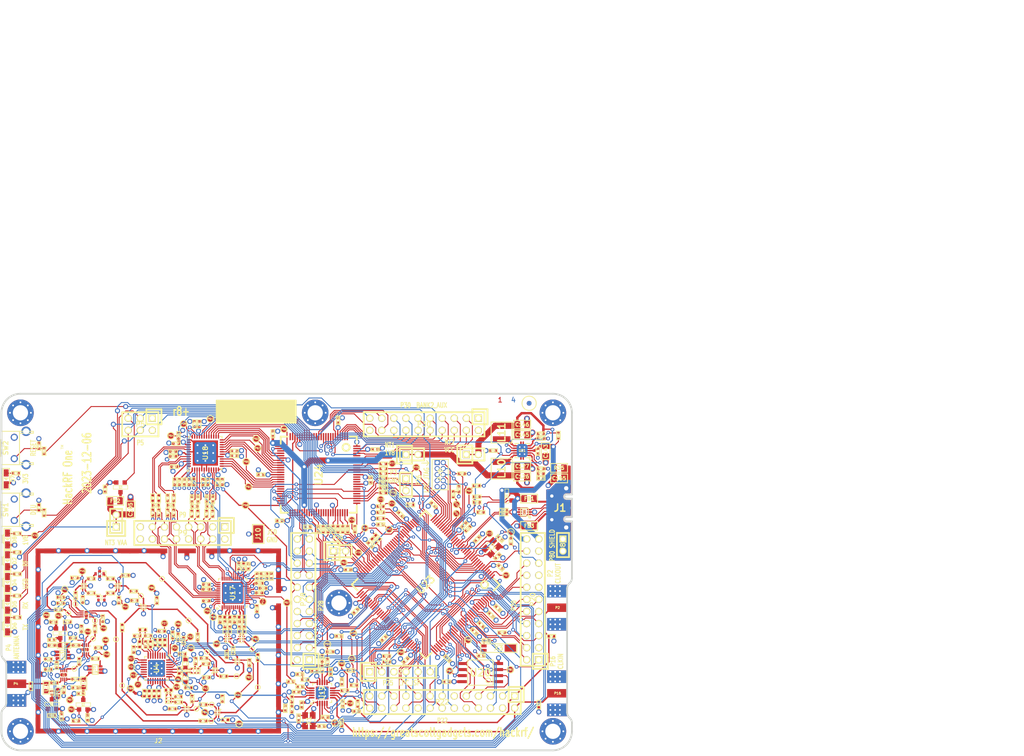
<source format=kicad_pcb>
(kicad_pcb (version 20211014) (generator pcbnew)

  (general
    (thickness 1.6116)
  )

  (paper "USLegal")
  (title_block
    (title "${TITLE}")
    (date "${DATE}")
    (rev "${VERSION}")
    (company "${COPYRIGHT}")
    (comment 1 "${LICENSE}")
  )

  (layers
    (0 "F.Cu" signal "C1F")
    (1 "In1.Cu" signal "C2")
    (2 "In2.Cu" signal "C3")
    (31 "B.Cu" signal "C4B")
    (32 "B.Adhes" user "B.Adhesive")
    (33 "F.Adhes" user "F.Adhesive")
    (34 "B.Paste" user)
    (35 "F.Paste" user)
    (36 "B.SilkS" user "B.Silkscreen")
    (37 "F.SilkS" user "F.Silkscreen")
    (38 "B.Mask" user)
    (39 "F.Mask" user)
    (41 "Cmts.User" user "User.Comments")
    (44 "Edge.Cuts" user)
    (45 "Margin" user)
    (46 "B.CrtYd" user "B.Courtyard")
    (47 "F.CrtYd" user "F.Courtyard")
    (49 "F.Fab" user)
  )

  (setup
    (stackup
      (layer "F.SilkS" (type "Top Silk Screen") (color "White"))
      (layer "F.Paste" (type "Top Solder Paste"))
      (layer "F.Mask" (type "Top Solder Mask") (color "Green") (thickness 0.0127) (material "LPI") (epsilon_r 3.8) (loss_tangent 0))
      (layer "F.Cu" (type "copper") (thickness 0.035))
      (layer "dielectric 1" (type "prepreg") (thickness 0.2104) (material "7628") (epsilon_r 4.6) (loss_tangent 0))
      (layer "In1.Cu" (type "copper") (thickness 0.0152))
      (layer "dielectric 2" (type "core") (thickness 1.065) (material "7628") (epsilon_r 4.6) (loss_tangent 0))
      (layer "In2.Cu" (type "copper") (thickness 0.0152))
      (layer "dielectric 3" (type "prepreg") (thickness 0.2104) (material "7628") (epsilon_r 4.6) (loss_tangent 0))
      (layer "B.Cu" (type "copper") (thickness 0.035))
      (layer "B.Mask" (type "Bottom Solder Mask") (color "Green") (thickness 0.0127) (material "LPI") (epsilon_r 3.8) (loss_tangent 0))
      (layer "B.Paste" (type "Bottom Solder Paste"))
      (layer "B.SilkS" (type "Bottom Silk Screen") (color "White"))
      (copper_finish "ENIG")
      (dielectric_constraints yes)
    )
    (pad_to_mask_clearance 0.05)
    (pad_to_paste_clearance_ratio -0.12)
    (pcbplotparams
      (layerselection 0x00010e8_ffffffff)
      (disableapertmacros false)
      (usegerberextensions true)
      (usegerberattributes false)
      (usegerberadvancedattributes true)
      (creategerberjobfile false)
      (svguseinch false)
      (svgprecision 6)
      (excludeedgelayer true)
      (plotframeref false)
      (viasonmask false)
      (mode 1)
      (useauxorigin false)
      (hpglpennumber 1)
      (hpglpenspeed 20)
      (hpglpendiameter 15.000000)
      (dxfpolygonmode true)
      (dxfimperialunits true)
      (dxfusepcbnewfont true)
      (psnegative false)
      (psa4output false)
      (plotreference false)
      (plotvalue false)
      (plotinvisibletext false)
      (sketchpadsonfab false)
      (subtractmaskfromsilk false)
      (outputformat 1)
      (mirror false)
      (drillshape 0)
      (scaleselection 1)
      (outputdirectory "gerbers")
    )
  )

  (property "COPYRIGHT" "Copyright 2012-2023 Great Scott Gadgets")
  (property "DATE" "2023-12-06")
  (property "LICENSE" "Licensed under the CERN-OHL-P v2")
  (property "TITLE" "HackRF One")
  (property "VERSION" "8+")

  (net 0 "")
  (net 1 "!MIX_BYPASS")
  (net 2 "!RX_AMP_PWR")
  (net 3 "!TX_AMP_PWR")
  (net 4 "!VAA_ENABLE")
  (net 5 "/baseband/CLK0")
  (net 6 "/baseband/CLK1")
  (net 7 "/baseband/CLK2")
  (net 8 "/baseband/CLK3")
  (net 9 "/baseband/CLK5")
  (net 10 "/baseband/COM")
  (net 11 "/baseband/CPOUT+")
  (net 12 "/baseband/CPOUT-")
  (net 13 "/baseband/IA+")
  (net 14 "/baseband/IA-")
  (net 15 "/baseband/ID+")
  (net 16 "/baseband/ID-")
  (net 17 "/baseband/INTR")
  (net 18 "/baseband/OEB")
  (net 19 "/baseband/QA+")
  (net 20 "/baseband/QA-")
  (net 21 "/baseband/QD+")
  (net 22 "/baseband/QD-")
  (net 23 "/baseband/REFN")
  (net 24 "/baseband/REFP")
  (net 25 "/baseband/RXBBI+")
  (net 26 "/baseband/RXBBI-")
  (net 27 "/baseband/RXBBQ+")
  (net 28 "/baseband/RXBBQ-")
  (net 29 "/baseband/TXBBI+")
  (net 30 "/baseband/TXBBI-")
  (net 31 "/baseband/TXBBQ+")
  (net 32 "/baseband/TXBBQ-")
  (net 33 "/baseband/XA")
  (net 34 "/baseband/XB")
  (net 35 "/baseband/XCVR_CLKOUT")
  (net 36 "/baseband/XTAL2")
  (net 37 "/frontend/!ANT_BIAS")
  (net 38 "/frontend/REF_IN")
  (net 39 "/frontend/RX_AMP_OUT")
  (net 40 "/frontend/TX_AMP_IN")
  (net 41 "/frontend/TX_AMP_OUT")
  (net 42 "/mcu/usb/power/ADC0_0")
  (net 43 "/mcu/usb/power/ADC0_2")
  (net 44 "/mcu/usb/power/ADC0_5")
  (net 45 "/mcu/usb/power/ADC0_6")
  (net 46 "/mcu/usb/power/B1AUX13")
  (net 47 "/mcu/usb/power/B1AUX14")
  (net 48 "/mcu/usb/power/B2AUX1")
  (net 49 "/mcu/usb/power/B2AUX10")
  (net 50 "/mcu/usb/power/B2AUX11")
  (net 51 "/mcu/usb/power/B2AUX12")
  (net 52 "/mcu/usb/power/B2AUX13")
  (net 53 "/mcu/usb/power/B2AUX14")
  (net 54 "/mcu/usb/power/B2AUX15")
  (net 55 "/mcu/usb/power/B2AUX16")
  (net 56 "/mcu/usb/power/B2AUX2")
  (net 57 "/mcu/usb/power/B2AUX3")
  (net 58 "/mcu/usb/power/B2AUX4")
  (net 59 "/mcu/usb/power/B2AUX5")
  (net 60 "/mcu/usb/power/B2AUX6")
  (net 61 "/mcu/usb/power/B2AUX7")
  (net 62 "/mcu/usb/power/B2AUX8")
  (net 63 "/mcu/usb/power/B2AUX9")
  (net 64 "/mcu/usb/power/BANK2F3M1")
  (net 65 "/mcu/usb/power/BANK2F3M10")
  (net 66 "/mcu/usb/power/BANK2F3M11")
  (net 67 "/mcu/usb/power/BANK2F3M12")
  (net 68 "/mcu/usb/power/BANK2F3M14")
  (net 69 "/mcu/usb/power/BANK2F3M15")
  (net 70 "/mcu/usb/power/BANK2F3M16")
  (net 71 "/mcu/usb/power/BANK2F3M2")
  (net 72 "/mcu/usb/power/BANK2F3M3")
  (net 73 "/mcu/usb/power/BANK2F3M4")
  (net 74 "/mcu/usb/power/BANK2F3M5")
  (net 75 "/mcu/usb/power/BANK2F3M6")
  (net 76 "/mcu/usb/power/BANK2F3M7")
  (net 77 "/mcu/usb/power/BANK2F3M8")
  (net 78 "/mcu/usb/power/BANK2F3M9")
  (net 79 "/mcu/usb/power/CPLD_TCK")
  (net 80 "/mcu/usb/power/CPLD_TDI")
  (net 81 "/mcu/usb/power/CPLD_TDO")
  (net 82 "/mcu/usb/power/CPLD_TMS")
  (net 83 "/mcu/usb/power/DBGEN")
  (net 84 "/mcu/usb/power/DM")
  (net 85 "/mcu/usb/power/DP")
  (net 86 "/mcu/usb/power/EN1V8")
  (net 87 "/mcu/usb/power/GCK0")
  (net 88 "/mcu/usb/power/GPIO3_10")
  (net 89 "/mcu/usb/power/GPIO3_11")
  (net 90 "/mcu/usb/power/GPIO3_12")
  (net 91 "/mcu/usb/power/GPIO3_13")
  (net 92 "/mcu/usb/power/GPIO3_14")
  (net 93 "/mcu/usb/power/GPIO3_15")
  (net 94 "/mcu/usb/power/GPIO3_8")
  (net 95 "/mcu/usb/power/GPIO3_9")
  (net 96 "/mcu/usb/power/GP_CLKIN")
  (net 97 "/mcu/usb/power/I2C1_SCL")
  (net 98 "/mcu/usb/power/I2C1_SDA")
  (net 99 "/mcu/usb/power/I2S0_RX_MCLK")
  (net 100 "/mcu/usb/power/I2S0_RX_SCK")
  (net 101 "/mcu/usb/power/I2S0_RX_SDA")
  (net 102 "/mcu/usb/power/I2S0_RX_WS")
  (net 103 "/mcu/usb/power/I2S0_TX_MCLK")
  (net 104 "/mcu/usb/power/I2S0_TX_SCK")
  (net 105 "/mcu/usb/power/ISP")
  (net 106 "/mcu/usb/power/LED1")
  (net 107 "/mcu/usb/power/LED2")
  (net 108 "/mcu/usb/power/LED3")
  (net 109 "/mcu/usb/power/P1_1")
  (net 110 "/mcu/usb/power/P1_2")
  (net 111 "/mcu/usb/power/P2_13")
  (net 112 "/mcu/usb/power/P2_8")
  (net 113 "/mcu/usb/power/P2_9")
  (net 114 "/mcu/usb/power/REG_OUT1")
  (net 115 "/mcu/usb/power/REG_OUT2")
  (net 116 "/mcu/usb/power/RESET")
  (net 117 "/mcu/usb/power/RREF")
  (net 118 "/mcu/usb/power/RTCX1")
  (net 119 "/mcu/usb/power/RTCX2")
  (net 120 "/mcu/usb/power/RTC_ALARM")
  (net 121 "/mcu/usb/power/SD_CD")
  (net 122 "/mcu/usb/power/SD_CLK")
  (net 123 "/mcu/usb/power/SD_CMD")
  (net 124 "/mcu/usb/power/SD_DAT0")
  (net 125 "/mcu/usb/power/SD_DAT1")
  (net 126 "/mcu/usb/power/SD_DAT2")
  (net 127 "/mcu/usb/power/SD_DAT3")
  (net 128 "/mcu/usb/power/SD_POW")
  (net 129 "/mcu/usb/power/SD_VOLT0")
  (net 130 "/mcu/usb/power/SGPIO0")
  (net 131 "/mcu/usb/power/SGPIO1")
  (net 132 "/mcu/usb/power/SGPIO10")
  (net 133 "/mcu/usb/power/SGPIO11")
  (net 134 "/mcu/usb/power/SGPIO12")
  (net 135 "/mcu/usb/power/SGPIO13")
  (net 136 "/mcu/usb/power/SGPIO14")
  (net 137 "/mcu/usb/power/SGPIO15")
  (net 138 "/mcu/usb/power/SGPIO2")
  (net 139 "/mcu/usb/power/SGPIO3")
  (net 140 "/mcu/usb/power/SGPIO4")
  (net 141 "/mcu/usb/power/SGPIO5")
  (net 142 "/mcu/usb/power/SGPIO6")
  (net 143 "/mcu/usb/power/SGPIO7")
  (net 144 "/mcu/usb/power/SGPIO9")
  (net 145 "/mcu/usb/power/SPIFI_CS")
  (net 146 "/mcu/usb/power/SPIFI_CIPO")
  (net 147 "/mcu/usb/power/SPIFI_COPI")
  (net 148 "/mcu/usb/power/SPIFI_SCK")
  (net 149 "/mcu/usb/power/SPIFI_SIO2")
  (net 150 "/mcu/usb/power/SPIFI_SIO3")
  (net 151 "/mcu/usb/power/TCK")
  (net 152 "/mcu/usb/power/TDI")
  (net 153 "/mcu/usb/power/TDO")
  (net 154 "/mcu/usb/power/TMS")
  (net 155 "/mcu/usb/power/U0_RXD")
  (net 156 "/mcu/usb/power/U0_TXD")
  (net 157 "/mcu/usb/power/USB_SHIELD")
  (net 158 "/mcu/usb/power/VBAT")
  (net 159 "/mcu/usb/power/VBUS")
  (net 160 "/mcu/usb/power/VBUSCTRL")
  (net 161 "/mcu/usb/power/VIN")
  (net 162 "/mcu/usb/power/VREGMODE")
  (net 163 "/mcu/usb/power/WAKEUP")
  (net 164 "/mcu/usb/power/XTAL1")
  (net 165 "/mcu/usb/power/XTAL2")
  (net 166 "AMP_BYPASS")
  (net 167 "CLK6")
  (net 168 "CLKIN")
  (net 169 "CLKOUT")
  (net 170 "CS_AD")
  (net 171 "CS_XCVR")
  (net 172 "DA0")
  (net 173 "DA1")
  (net 174 "DA2")
  (net 175 "DA3")
  (net 176 "DA4")
  (net 177 "DA5")
  (net 178 "DA6")
  (net 179 "DA7")
  (net 180 "DD0")
  (net 181 "DD1")
  (net 182 "DD2")
  (net 183 "DD3")
  (net 184 "DD4")
  (net 185 "DD5")
  (net 186 "DD6")
  (net 187 "DD7")
  (net 188 "DD8")
  (net 189 "DD9")
  (net 190 "GCK1")
  (net 191 "GCK2")
  (net 192 "GND")
  (net 193 "HP")
  (net 194 "LP")
  (net 195 "MCU_CLK")
  (net 196 "MIXER_ENX")
  (net 197 "MIXER_RESETX")
  (net 198 "MIXER_SCLK")
  (net 199 "MIXER_SDATA")
  (net 200 "MIX_BYPASS")
  (net 201 "MIX_CLK")
  (net 202 "RSSI")
  (net 203 "RX")
  (net 204 "RXENABLE")
  (net 205 "RX_AMP")
  (net 206 "RX_IF")
  (net 207 "RX_MIX_BP")
  (net 208 "SCL")
  (net 209 "SDA")
  (net 210 "SGPIO_CLK")
  (net 211 "SSP1_CIPO")
  (net 212 "SSP1_COPI")
  (net 213 "SSP1_SCK")
  (net 214 "TXENABLE")
  (net 215 "TX_AMP")
  (net 216 "TX_IF")
  (net 217 "TX_MIX_BP")
  (net 218 "VAA")
  (net 219 "VCC")
  (net 220 "XCVR_EN")
  (net 221 "Net-(C8-Pad2)")
  (net 222 "Net-(C9-Pad2)")
  (net 223 "Net-(C9-Pad1)")
  (net 224 "Net-(C12-Pad1)")
  (net 225 "Net-(C13-Pad1)")
  (net 226 "Net-(C14-Pad2)")
  (net 227 "Net-(C14-Pad1)")
  (net 228 "Net-(C15-Pad2)")
  (net 229 "Net-(C17-Pad2)")
  (net 230 "Net-(C17-Pad1)")
  (net 231 "Net-(C18-Pad2)")
  (net 232 "Net-(C18-Pad1)")
  (net 233 "Net-(C20-Pad2)")
  (net 234 "Net-(C20-Pad1)")
  (net 235 "Net-(C21-Pad2)")
  (net 236 "Net-(C21-Pad1)")
  (net 237 "Net-(C23-Pad2)")
  (net 238 "Net-(C23-Pad1)")
  (net 239 "Net-(C25-Pad1)")
  (net 240 "Net-(C26-Pad2)")
  (net 241 "Net-(C26-Pad1)")
  (net 242 "Net-(C27-Pad2)")
  (net 243 "Net-(C27-Pad1)")
  (net 244 "Net-(C28-Pad2)")
  (net 245 "Net-(C28-Pad1)")
  (net 246 "Net-(C31-Pad2)")
  (net 247 "Net-(C31-Pad1)")
  (net 248 "Net-(C32-Pad2)")
  (net 249 "Net-(C32-Pad1)")
  (net 250 "Net-(C43-Pad2)")
  (net 251 "Net-(C43-Pad1)")
  (net 252 "Net-(C44-Pad2)")
  (net 253 "Net-(C44-Pad1)")
  (net 254 "Net-(C46-Pad2)")
  (net 255 "Net-(C46-Pad1)")
  (net 256 "Net-(C48-Pad1)")
  (net 257 "Net-(C49-Pad2)")
  (net 258 "Net-(C50-Pad1)")
  (net 259 "Net-(C51-Pad2)")
  (net 260 "Net-(C51-Pad1)")
  (net 261 "Net-(C163-Pad2)")
  (net 262 "Net-(C58-Pad2)")
  (net 263 "Net-(C59-Pad2)")
  (net 264 "Net-(C61-Pad2)")
  (net 265 "Net-(C61-Pad1)")
  (net 266 "Net-(C62-Pad2)")
  (net 267 "Net-(C64-Pad2)")
  (net 268 "Net-(C64-Pad1)")
  (net 269 "Net-(C99-Pad2)")
  (net 270 "Net-(C99-Pad1)")
  (net 271 "Net-(C102-Pad2)")
  (net 272 "Net-(C102-Pad1)")
  (net 273 "Net-(C104-Pad2)")
  (net 274 "Net-(C104-Pad1)")
  (net 275 "Net-(C105-Pad1)")
  (net 276 "Net-(C106-Pad1)")
  (net 277 "Net-(C111-Pad2)")
  (net 278 "Net-(C111-Pad1)")
  (net 279 "Net-(C114-Pad2)")
  (net 280 "Net-(C114-Pad1)")
  (net 281 "Net-(C125-Pad2)")
  (net 282 "Net-(C160-Pad1)")
  (net 283 "Net-(D2-Pad2)")
  (net 284 "Net-(D4-Pad2)")
  (net 285 "Net-(D5-Pad2)")
  (net 286 "Net-(D6-Pad2)")
  (net 287 "Net-(D7-Pad2)")
  (net 288 "Net-(D8-Pad2)")
  (net 289 "Net-(FB1-Pad1)")
  (net 290 "Net-(FB2-Pad1)")
  (net 291 "Net-(FB3-Pad1)")
  (net 292 "Net-(J1-Pad4)")
  (net 293 "Net-(J1-Pad3)")
  (net 294 "Net-(J1-Pad2)")
  (net 295 "Net-(L1-Pad2)")
  (net 296 "Net-(L1-Pad1)")
  (net 297 "Net-(L2-Pad1)")
  (net 298 "Net-(L3-Pad1)")
  (net 299 "Net-(L10-Pad1)")
  (net 300 "Net-(L11-Pad2)")
  (net 301 "Net-(D10-Pad1)")
  (net 302 "Net-(P6-Pad1)")
  (net 303 "Net-(P7-Pad1)")
  (net 304 "Net-(P17-Pad1)")
  (net 305 "Net-(P19-Pad1)")
  (net 306 "Net-(P24-Pad1)")
  (net 307 "Net-(R4-Pad2)")
  (net 308 "Net-(R30-Pad2)")
  (net 309 "Net-(R19-Pad2)")
  (net 310 "Net-(R51-Pad1)")
  (net 311 "Net-(R52-Pad2)")
  (net 312 "Net-(R55-Pad2)")
  (net 313 "Net-(R62-Pad1)")
  (net 314 "/frontend/RX_AMP_IN")
  (net 315 "+1V8")
  (net 316 "unconnected-(P25-Pad3)")
  (net 317 "unconnected-(P26-Pad7)")
  (net 318 "unconnected-(U4-Pad1)")
  (net 319 "unconnected-(U4-Pad2)")
  (net 320 "unconnected-(U4-Pad3)")
  (net 321 "unconnected-(U4-Pad11)")
  (net 322 "unconnected-(U4-Pad13)")
  (net 323 "unconnected-(U4-Pad14)")
  (net 324 "unconnected-(U4-Pad17)")
  (net 325 "unconnected-(U4-Pad18)")
  (net 326 "unconnected-(U4-Pad20)")
  (net 327 "unconnected-(U4-Pad21)")
  (net 328 "unconnected-(U9-Pad2)")
  (net 329 "unconnected-(U12-Pad2)")
  (net 330 "unconnected-(U14-Pad2)")
  (net 331 "unconnected-(U15-Pad4)")
  (net 332 "unconnected-(U15-Pad6)")
  (net 333 "unconnected-(U17-Pad3)")
  (net 334 "unconnected-(U17-Pad6)")
  (net 335 "unconnected-(U17-Pad8)")
  (net 336 "unconnected-(U17-Pad9)")
  (net 337 "unconnected-(U17-Pad12)")
  (net 338 "unconnected-(U17-Pad14)")
  (net 339 "unconnected-(U17-Pad18)")
  (net 340 "unconnected-(U17-Pad33)")
  (net 341 "unconnected-(U17-Pad34)")
  (net 342 "unconnected-(U17-Pad40)")
  (net 343 "unconnected-(U18-Pad38)")
  (net 344 "unconnected-(U23-Pad85)")
  (net 345 "unconnected-(U23-Pad89)")
  (net 346 "unconnected-(U23-Pad90)")
  (net 347 "unconnected-(U24-Pad14)")
  (net 348 "unconnected-(U24-Pad15)")
  (net 349 "unconnected-(U24-Pad16)")
  (net 350 "unconnected-(U24-Pad20)")
  (net 351 "unconnected-(U24-Pad25)")
  (net 352 "unconnected-(U24-Pad44)")
  (net 353 "unconnected-(U24-Pad46)")
  (net 354 "unconnected-(U24-Pad49)")
  (net 355 "unconnected-(U24-Pad50)")
  (net 356 "unconnected-(U24-Pad52)")
  (net 357 "unconnected-(U24-Pad53)")
  (net 358 "unconnected-(U24-Pad54)")
  (net 359 "unconnected-(U24-Pad58)")
  (net 360 "unconnected-(U24-Pad59)")
  (net 361 "unconnected-(U24-Pad60)")
  (net 362 "unconnected-(U24-Pad63)")
  (net 363 "unconnected-(U24-Pad65)")
  (net 364 "unconnected-(U24-Pad66)")
  (net 365 "unconnected-(U24-Pad68)")
  (net 366 "unconnected-(U24-Pad73)")
  (net 367 "unconnected-(U24-Pad75)")
  (net 368 "unconnected-(U24-Pad80)")
  (net 369 "unconnected-(U24-Pad82)")
  (net 370 "unconnected-(U24-Pad85)")
  (net 371 "unconnected-(U24-Pad86)")
  (net 372 "unconnected-(U24-Pad87)")
  (net 373 "unconnected-(U24-Pad93)")
  (net 374 "unconnected-(U24-Pad95)")
  (net 375 "unconnected-(U24-Pad96)")
  (net 376 "Net-(D10-Pad2)")

  (footprint "gsg-modules:LTST-S220" (layer "F.Cu") (at 61.27 148.838 -90))

  (footprint "gsg-modules:LTST-S220" (layer "F.Cu") (at 61.27 139.694 -90))

  (footprint "gsg-modules:LTST-S220" (layer "F.Cu") (at 61.27 130.55 -90))

  (footprint "gsg-modules:LTST-S220" (layer "F.Cu") (at 61.27 144.266 -90))

  (footprint "gsg-modules:LTST-S220" (layer "F.Cu") (at 61.27 135.122 -90))

  (footprint "GSG-TESTPOINT-30MIL-MASKONLY" (layer "F.Cu") (at 89.31402 142.49908))

  (footprint "GSG-TESTPOINT-30MIL-MASKONLY" (layer "F.Cu") (at 84.1046 151.6574))

  (footprint "GSG-TESTPOINT-30MIL-MASKONLY" (layer "F.Cu") (at 75.57516 144.21358))

  (footprint "GSG-TESTPOINT-30MIL-MASKONLY" (layer "F.Cu") (at 74.0537 146.1516))

  (footprint "GSG-TESTPOINT-30MIL-MASKONLY" (layer "F.Cu") (at 93.782 138.932))

  (footprint "GSG-TESTPOINT-30MIL-MASKONLY" (layer "F.Cu") (at 85.4 161.3602))

  (footprint "GSG-TESTPOINT-30MIL-MASKONLY" (layer "F.Cu") (at 75.33894 157.8483))

  (footprint "GSG-TESTPOINT-30MIL-MASKONLY" (layer "F.Cu") (at 79.28 151.506))

  (footprint "GSG-TESTPOINT-30MIL-MASKONLY" (layer "F.Cu") (at 113.919 161.74974))

  (footprint "GSG-TESTPOINT-30MIL-MASKONLY" (layer "F.Cu") (at 104.11206 168.79824))

  (footprint "GSG-TESTPOINT-30MIL-MASKONLY" (layer "F.Cu") (at 104.25176 165.37432))

  (footprint "GSG-TESTPOINT-30MIL-MASKONLY" (layer "F.Cu") (at 101.0158 166.26332))

  (footprint "GSG-TESTPOINT-30MIL-MASKONLY" (layer "F.Cu") (at 79.6671 147.71116))

  (footprint "GSG-TESTPOINT-30MIL-MASKONLY" (layer "F.Cu") (at 109.47654 159.42564))

  (footprint "GSG-TESTPOINT-30MIL-MASKONLY" (layer "F.Cu") (at 99.36226 147.6883))

  (footprint "GSG-TESTPOINT-30MIL-MASKONLY" (layer "F.Cu") (at 103.23068 154.2796))

  (footprint "GSG-TESTPOINT-30MIL-MASKONLY" (layer "F.Cu") (at 112.71504 153.71064))

  (footprint "gsg-modules:LTST-S220" (layer "F.Cu") (at 61 117.9 -90))

  (footprint "GSG-MARK1MM" (layer "F.Cu") (at 171 102))

  (footprint "hackrf:GSG-0402" (layer "F.Cu") (at 91.0964 163.0468 -90))

  (footprint "hackrf:GSG-0402" (layer "F.Cu") (at 90.0804 163.0468 -90))

  (footprint "hackrf:GSG-0402" (layer "F.Cu") (at 93.1284 163.0468 -90))

  (footprint "hackrf:GSG-0402" (layer "F.Cu") (at 92.1124 163.0468 -90))

  (footprint "hackrf:GSG-0402" (layer "F.Cu") (at 92.341 152.328 90))

  (footprint "hackrf:GSG-0402" (layer "F.Cu") (at 93.357 152.328 90))

  (footprint "hackrf:GSG-0402" (layer "F.Cu") (at 107.084 168.5762 180))

  (footprint "hackrf:GSG-0402" (layer "F.Cu") (at 113.919 155.448 -90))

  (footprint "hackrf:GSG-0402" (layer "F.Cu") (at 85.4 149.1682 90))

  (footprint "hackrf:GSG-0402" (layer "F.Cu") (at 87.9808 143.4816))

  (footprint "hackrf:GSG-0402" (layer "F.Cu") (at 84.7138 143.4622 90))

  (footprint "hackrf:GSG-0402" (layer "F.Cu") (at 87.7944 153.8266 -90))

  (footprint "hackrf:GSG-0402" (layer "F.Cu") (at 88.5564 150.9056 180))

  (footprint "hackrf:GSG-0402" (layer "F.Cu") (at 90.3344 152.6836 90))

  (footprint "hackrf:GSG-0402" (layer "F.Cu") (at 90.8424 150.9056))

  (footprint "hackrf:GSG-0402" (layer "F.Cu") (at 106.4998 164.1566 90))

  (footprint "hackrf:GSG-0402" (layer "F.Cu") (at 82.9358 141.9382))

  (footprint "hackrf:GSG-0402" (layer "F.Cu") (at 78.8718 141.9382))

  (footprint "hackrf:GSG-0402" (layer "F.Cu") (at 77.0938 143.3352 90))

  (footprint "hackrf:GSG-0402" (layer "F.Cu") (at 87.8078 141.5288))

  (footprint "hackrf:GSG-0402" (layer "F.Cu") (at 102.4382 165.3794 180))

  (footprint "hackrf:GSG-0402" (layer "F.Cu") (at 95.9732 166.2726))

  (footprint "hackrf:GSG-0402" (layer "F.Cu") (at 101.2698 151.1808 90))

  (footprint "hackrf:GSG-0402" (layer "F.Cu") (at 92.6798 143.4816 -90))

  (footprint "hackrf:GSG-0402" (layer "F.Cu") (at 97.1924 163.7326))

  (footprint "hackrf:GSG-0402" (layer "F.Cu") (at 78.8718 138.8902 180))

  (footprint "hackrf:GSG-0402" (layer "F.Cu") (at 82.9358 138.8902))

  (footprint "hackrf:GSG-0402" (layer "F.Cu") (at 97.1924 164.8756))

  (footprint "hackrf:GSG-0402" (layer "F.Cu") (at 75.4174 138.7124 180))

  (footprint "hackrf:GSG-0402" (layer "F.Cu") (at 86.1 138.2))

  (footprint "hackrf:GSG-0402" (layer "F.Cu") (at 75.5952 142.4462 90))

  (footprint "hackrf:GSG-0402" (layer "F.Cu") (at 102.4382 168.8084 180))

  (footprint "hackrf:GSG-0402" (layer "F.Cu") (at 100.1134 164.139 90))

  (footprint "hackrf:GSG-0402" (layer "F.Cu") (at 98.31 151.9216 90))

  (footprint "hackrf:GSG-0402" (layer "F.Cu") (at 97.167 151.1596 90))

  (footprint "hackrf:GSG-0402" (layer "F.Cu") (at 96.024 150.7786 90))

  (footprint "hackrf:GSG-0402" (layer "F.Cu") (at 93.738 149.915 180))

  (footprint "hackrf:GSG-0402" (layer "F.Cu") (at 72.4456 142.8272))

  (footprint "hackrf:GSG-0402" (layer "F.Cu") (at 81.3054 147.3454 90))

  (footprint "hackrf:GSG-0402" (layer "F.Cu") (at 72.4456 144.0718))

  (footprint "hackrf:GSG-0402" (layer "F.Cu") (at 99.326 161.8276))

  (footprint "hackrf:GSG-0402" (layer "F.Cu") (at 98.056 154.7156 180))

  (footprint "hackrf:GSG-0402" (layer "F.Cu") (at 72.009 145.415 180))

  (footprint "hackrf:GSG-0402" (layer "F.Cu") (at 79.6798 149.4282 90))

  (footprint "hackrf:GSG-0402" (layer "F.Cu") (at 102.5906 155.6512))

  (footprint "hackrf:GSG-0402" (layer "F.Cu") (at 103.0478 156.7942 180))

  (footprint "hackrf:GSG-0402" (layer "F.Cu") (at 112.1664 156.5656 90))

  (footprint "hackrf:GSG-0402" (layer "F.Cu") (at 108.7374 154.0002 90))

  (footprint "hackrf:GSG-0402" (layer "F.Cu") (at 100.85 156.2396 -90))

  (footprint "hackrf:GSG-0402" (layer "F.Cu") (at 75.678 152.92))

  (footprint "hackrf:GSG-0402" (layer "F.Cu") (at 106.7414 159.434 180))

  (footprint "hackrf:GSG-0402" (layer "F.Cu") (at 70.598 152.92 180))

  (footprint "hackrf:GSG-0402" (layer "F.Cu") (at 70.9474 147.9998 180))

  (footprint "hackrf:GSG-0402" (layer "F.Cu") (at 103.124 159.6644 180))

  (footprint "hackrf:GSG-0402" (layer "F.Cu") (at 80.377 153.428))

  (footprint "hackrf:GSG-0402" (layer "F.Cu") (at 107.3912 154.8638 90))

  (footprint "hackrf:GSG-0402" (layer "F.Cu") (at 76.835 149.4282 90))

  (footprint "hackrf:GSG-0402" (layer "F.Cu") (at 71.614 157.111 90))

  (footprint "hackrf:GSG-0402" (layer "F.Cu") (at 79.742 155.714))

  (footprint "hackrf:GSG-0402" (layer "F.Cu") (at 75.043 151.396))

  (footprint "hackrf:GSG-0402" (layer "F.Cu") (at 76.3638 156.3236 90))

  (footprint "hackrf:GSG-0402" (layer "F.Cu") (at 75.551 160.032))

  (footprint "hackrf:GSG-0402" (layer "F.Cu") (at 73.0872 162.2418 -90))

  (footprint "hackrf:GSG-0402" (layer "F.Cu") (at 71.13 160.81 180))

  (footprint "hackrf:GSG-0402" (layer "F.Cu") (at 69.836 158))

  (footprint "hackrf:GSG-0402" (layer "F.Cu") (at 69.836 155.841))

  (footprint "hackrf:GSG-0402" (layer "F.Cu") (at 121.0802 164.2964 -90))

  (footprint "hackrf:GSG-0402" (layer "F.Cu") (at 127.4624 155.7214 90))

  (footprint "hackrf:GSG-0402" (layer "F.Cu") (at 129.088 154.2736))

  (footprint "hackrf:GSG-0402" (layer "F.Cu") (at 121.0802 166.3284 -90))

  (footprint "hackrf:GSG-0402" (layer "F.Cu") (at 100.4824 118.5578 -90))

  (footprint "hackrf:GSG-0402" (layer "F.Cu") (at 99.4664 118.5578 -90))

  (footprint "hackrf:GSG-0402" (layer "F.Cu") (at 103.4034 118.5578 -90))

  (footprint "hackrf:GSG-0402" (layer "F.Cu") (at 102.3874 118.5578 -90))

  (footprint "hackrf:GSG-0402" (layer "F.Cu") (at 105.4354 118.5578 -90))

  (footprint "hackrf:GSG-0402" (layer "F.Cu") (at 106.4514 118.5578 -90))

  (footprint "hackrf:GSG-0402" (layer "F.Cu") (at 101.6254 106.3658 90))

  (footprint "hackrf:GSG-0402" (layer "F.Cu") (at 100.6094 106.3658 90))

  (footprint "hackrf:GSG-0402" (layer "F.Cu") (at 96.7359 110.4933 180))

  (footprint "hackrf:GSG-0402" (layer "F.Cu")
    (tedit 4FB6CFE4) (tstamp 00000000-0000-0000-0000-00005787e27a)
    (at 97.2439 108.8423 90)
    (property "Description" "CAP CER 2.2UF 10V 20% X5R 0402")
    (property "Manufacturer" "Taiyo Yuden")
    (property "Part Number" "LMK105BJ225MV-F")
    (property "Sheetfile" "baseband.kicad_sch")
    (property "Sheetname" "baseband")
   
... [4447229 chars truncated]
</source>
